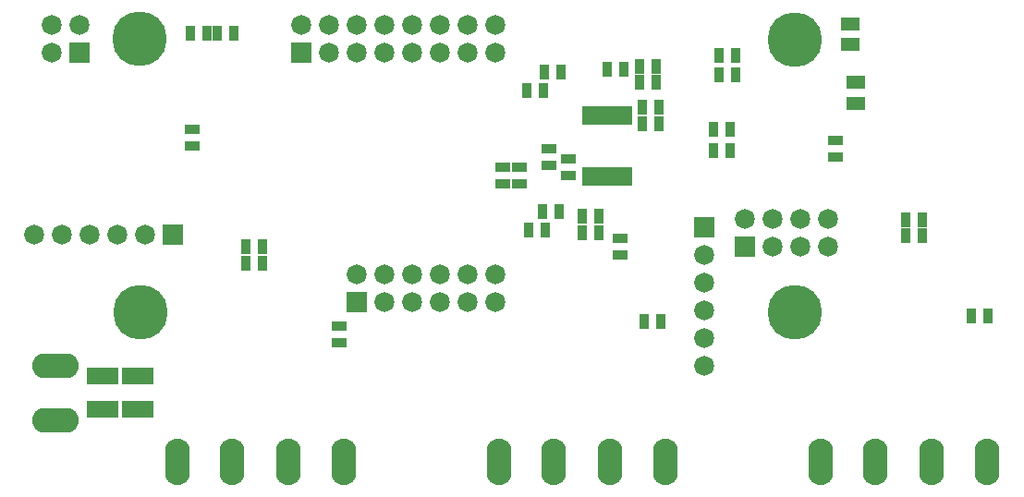
<source format=gbs>
G04 (created by PCBNEW (2013-07-07 BZR 4022)-stable) date 01/02/2015 03:27:21*
%MOIN*%
G04 Gerber Fmt 3.4, Leading zero omitted, Abs format*
%FSLAX34Y34*%
G01*
G70*
G90*
G04 APERTURE LIST*
%ADD10C,0.00590551*%
%ADD11R,0.0289685X0.0669685*%
%ADD12R,0.0369685X0.0569685*%
%ADD13R,0.0569685X0.0369685*%
%ADD14O,0.167968X0.0899685*%
%ADD15R,0.111969X0.0619685*%
%ADD16R,0.0669685X0.0469685*%
%ADD17O,0.0899685X0.167968*%
%ADD18C,0.19685*%
%ADD19R,0.0719685X0.0719685*%
%ADD20C,0.0719685*%
G04 APERTURE END LIST*
G54D10*
G54D11*
X63760Y-40100D03*
X63510Y-40100D03*
X63250Y-40100D03*
X63000Y-40100D03*
X62740Y-40100D03*
X62485Y-40100D03*
X62230Y-40100D03*
X62230Y-37900D03*
X62485Y-37900D03*
X62740Y-37900D03*
X63000Y-37900D03*
X63255Y-37900D03*
X63510Y-37900D03*
X63765Y-37900D03*
G54D12*
X64266Y-37598D03*
X64866Y-37598D03*
G54D13*
X61614Y-40063D03*
X61614Y-39463D03*
G54D12*
X64266Y-38188D03*
X64866Y-38188D03*
G54D14*
X43110Y-46923D03*
X43110Y-48893D03*
G54D12*
X73755Y-42244D03*
X74355Y-42244D03*
X74355Y-41653D03*
X73755Y-41653D03*
X49975Y-43228D03*
X50575Y-43228D03*
X50575Y-42637D03*
X49975Y-42637D03*
X62701Y-42125D03*
X62101Y-42125D03*
X62101Y-41535D03*
X62701Y-41535D03*
G54D13*
X71240Y-39414D03*
X71240Y-38814D03*
G54D15*
X46062Y-48513D03*
X46062Y-47313D03*
X44803Y-48513D03*
X44803Y-47313D03*
G54D16*
X71968Y-36711D03*
X71968Y-37461D03*
X71771Y-35335D03*
X71771Y-34585D03*
G54D13*
X48050Y-38400D03*
X48050Y-39000D03*
G54D12*
X48951Y-34921D03*
X49551Y-34921D03*
X47967Y-34921D03*
X48567Y-34921D03*
X60100Y-37000D03*
X60700Y-37000D03*
X66845Y-38385D03*
X67445Y-38385D03*
X66845Y-39173D03*
X67445Y-39173D03*
G54D13*
X59842Y-39759D03*
X59842Y-40359D03*
X59251Y-39759D03*
X59251Y-40359D03*
G54D12*
X60772Y-42047D03*
X60172Y-42047D03*
X61323Y-36318D03*
X60723Y-36318D03*
G54D13*
X63484Y-42318D03*
X63484Y-42918D03*
G54D12*
X67622Y-35728D03*
X67022Y-35728D03*
X64168Y-36712D03*
X64768Y-36712D03*
X64168Y-36122D03*
X64768Y-36122D03*
X67022Y-36417D03*
X67622Y-36417D03*
G54D13*
X60905Y-39109D03*
X60905Y-39709D03*
G54D12*
X61284Y-41377D03*
X60684Y-41377D03*
X62987Y-36220D03*
X63587Y-36220D03*
G54D17*
X47510Y-50400D03*
X49480Y-50400D03*
X51500Y-50400D03*
X53500Y-50400D03*
X59110Y-50400D03*
X61080Y-50400D03*
X63100Y-50400D03*
X65100Y-50400D03*
X70710Y-50400D03*
X72680Y-50400D03*
X74700Y-50400D03*
X76700Y-50400D03*
G54D13*
X53350Y-46100D03*
X53350Y-45500D03*
G54D12*
X64350Y-45350D03*
X64950Y-45350D03*
X76150Y-45150D03*
X76750Y-45150D03*
G54D18*
X46150Y-35150D03*
X69783Y-35157D03*
X69773Y-45000D03*
X46161Y-45000D03*
G54D19*
X51972Y-35618D03*
G54D20*
X51972Y-34618D03*
X52972Y-35618D03*
X52972Y-34618D03*
X53972Y-35618D03*
X53972Y-34618D03*
X54972Y-35618D03*
X54972Y-34618D03*
X55972Y-35618D03*
X55972Y-34618D03*
X56972Y-35618D03*
X56972Y-34618D03*
X57972Y-35618D03*
X57972Y-34618D03*
X58972Y-35618D03*
X58972Y-34618D03*
G54D19*
X43972Y-35618D03*
G54D20*
X42972Y-35618D03*
X43972Y-34618D03*
X42972Y-34618D03*
G54D19*
X47342Y-42204D03*
G54D20*
X46342Y-42204D03*
X45342Y-42204D03*
X44342Y-42204D03*
X43342Y-42204D03*
X42342Y-42204D03*
G54D19*
X66515Y-41929D03*
G54D20*
X66515Y-42929D03*
X66515Y-43929D03*
X66515Y-44929D03*
X66515Y-45929D03*
X66515Y-46929D03*
G54D19*
X53972Y-44618D03*
G54D20*
X53972Y-43618D03*
X54972Y-44618D03*
X54972Y-43618D03*
X55972Y-44618D03*
X55972Y-43618D03*
X56972Y-44618D03*
X56972Y-43618D03*
X57972Y-44618D03*
X57972Y-43618D03*
X58972Y-44618D03*
X58972Y-43618D03*
G54D19*
X67972Y-42618D03*
G54D20*
X67972Y-41618D03*
X68972Y-42618D03*
X68972Y-41618D03*
X69972Y-42618D03*
X69972Y-41618D03*
X70972Y-42618D03*
X70972Y-41618D03*
M02*

</source>
